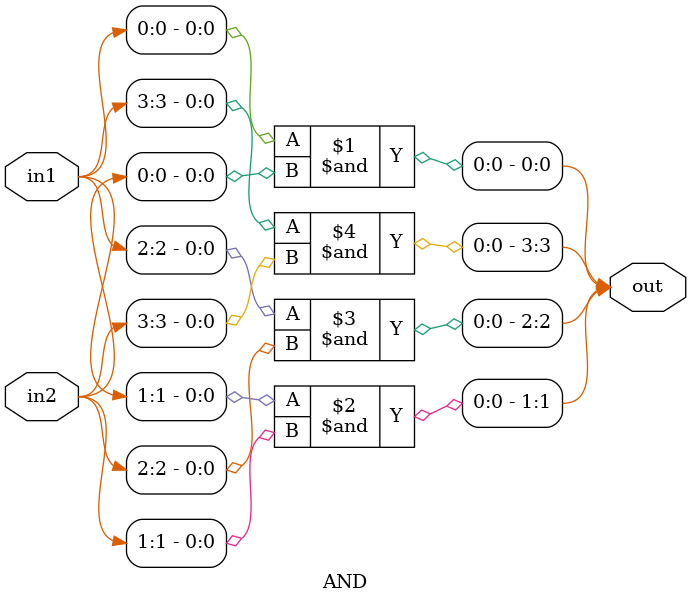
<source format=v>
module AND(in1,in2,out);                //this module does a 4-bit AND operation

input [3:0] in1,in2;
output [3:0] out;

and A1(out[0],in1[0],in2[0]);
and A2(out[1],in1[1],in2[1]);
and A3(out[2],in1[2],in2[2]);
and A4(out[3],in1[3],in2[3]);

endmodule


</source>
